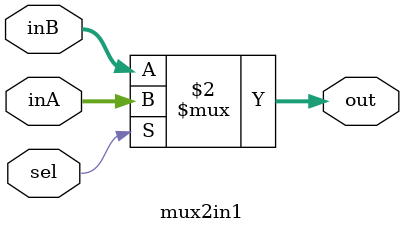
<source format=v>
module mux2in1(
    input sel,
    input [7:0] inA, inB,
    output reg [7:0] out
);

always@(*) begin
    out = sel? inA : inB;
end

endmodule
</source>
